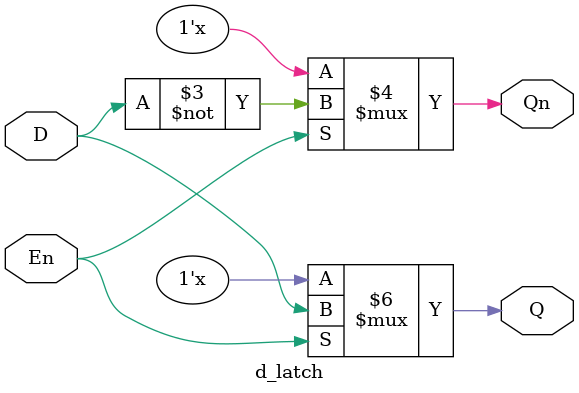
<source format=v>
`timescale 1ns / 1ps

//D Latch using SR Latch (behavioral)
// module d_latch(Q, Qn, D, E);
//   output Q, Qn;
//   input D, E;

// 	wire s1, r1;

// 	assign s1 = ~(D & E);
// 	assign r1 = ~(~D & E);

// 	sr_latch srlatch(Q, Qn, s1, r1);
// endmodule

// //D Latch using SR Latch (structural)
// module d_latch(Q, Qn, D, E);
//   output Q, Qn;
//   input D, E;
// 	wire s1, r1;

// 	nand(s1, D, E);
// 	nand(r1, ~D, E);

// 	sr_latch srlatch(Q, Qn, s1, r1);
// endmodule

// D Latch structural
// module d_latch(Q, Qn, D, En);
//   input D, En;
//   output Q, Qn;
// 	wire S, R;

// 	nand n1(S, D, En);
// 	nand n2(R, ~D, En);

// 	nand n3(Q, S, Qn);
// 	nand n4(Qn, R, Q);
// endmodule

// D Latch behavioral
module d_latch(Q, Qn, D, En);
  input wire D, En;
	output reg Q, Qn;

	always@(En, D) begin // Lista de sensibilidad
		if(En == 1'b1) begin
			Q <= D;
			Qn <= ~D;
		end
	end
endmodule
</source>
